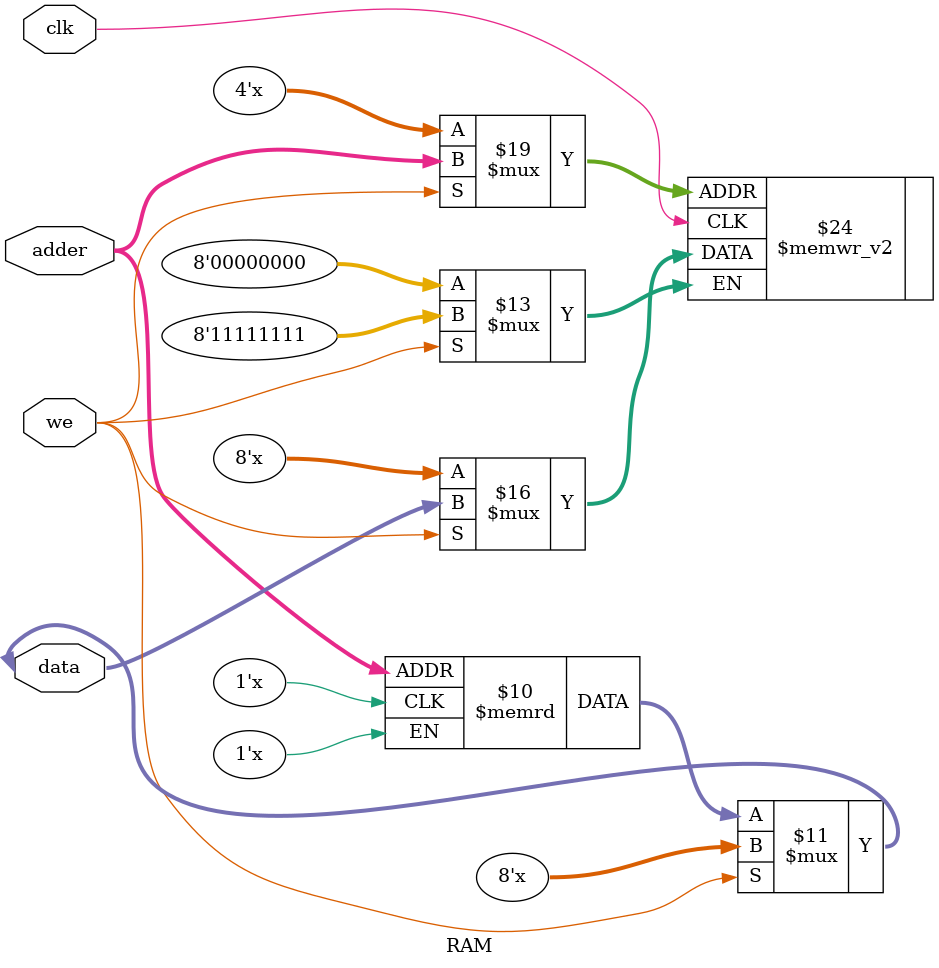
<source format=v>
module RAM (data ,adder ,we ,clk  ) ;

inout [7:0 ] data ;
input [3:0 ] adder ; 
input we ,clk ; 

reg  [7:0] ram [15:0 ] ; 


always @ (posedge clk ) 
begin 
if (we ) 
ram [adder] <=  data ; 
end

assign  data =(!we)?ram[adder]:8'hzz;

  endmodule 



/*module RAM (data ,adder ,we ,clk ,dataout ) ;

input [7:0 ] data ;
input [3:0 ] adder ; 
input we ,clk ; 
output [7:0 ] dataout ; 

reg  [7:0] ram [15:0 ] ; 
reg  [3:0 ] adder_reg ; 


always @ (posedge clk ) 
begin 
if (we ) 
ram [adder] <= data; 
else 
 adder_reg <= adder ; 
  end 
  assign dataout =ram[adder_reg];
  endmodule */ 
</source>
